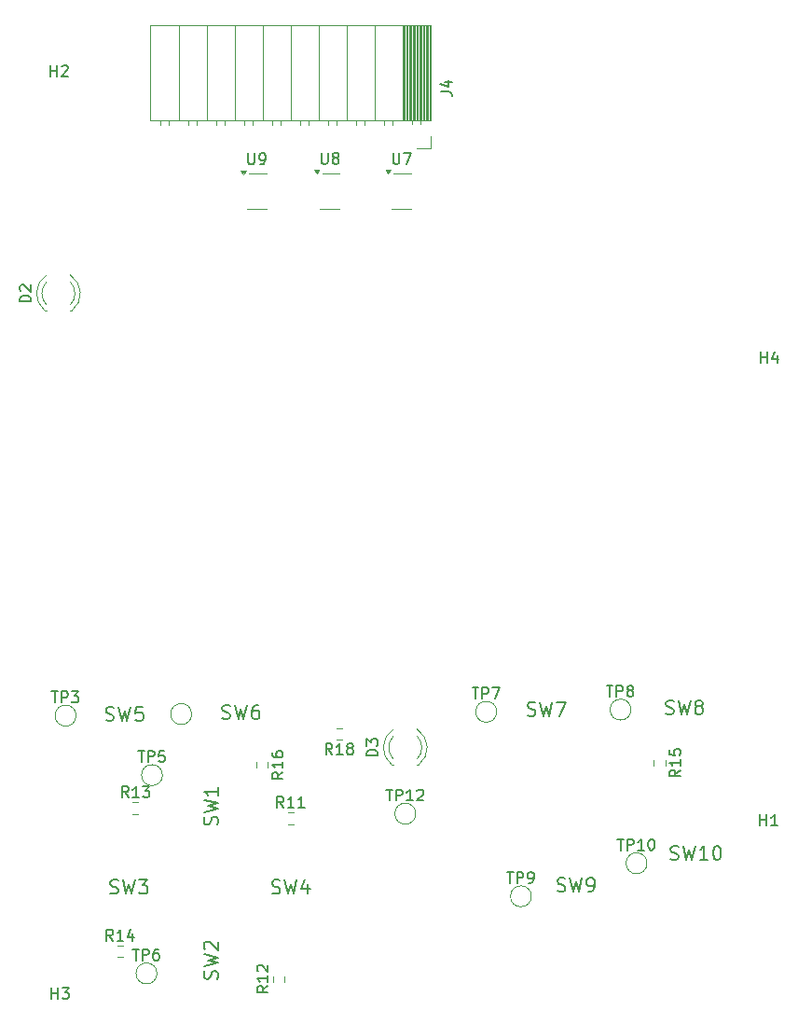
<source format=gbr>
%TF.GenerationSoftware,KiCad,Pcbnew,8.0.7*%
%TF.CreationDate,2025-01-02T12:18:17+01:00*%
%TF.ProjectId,redroid_go,72656472-6f69-4645-9f67-6f2e6b696361,rev?*%
%TF.SameCoordinates,Original*%
%TF.FileFunction,Legend,Top*%
%TF.FilePolarity,Positive*%
%FSLAX46Y46*%
G04 Gerber Fmt 4.6, Leading zero omitted, Abs format (unit mm)*
G04 Created by KiCad (PCBNEW 8.0.7) date 2025-01-02 12:18:17*
%MOMM*%
%LPD*%
G01*
G04 APERTURE LIST*
%ADD10C,0.150000*%
%ADD11C,0.120000*%
G04 APERTURE END LIST*
D10*
X136206666Y-118219250D02*
X136388095Y-118279726D01*
X136388095Y-118279726D02*
X136690476Y-118279726D01*
X136690476Y-118279726D02*
X136811428Y-118219250D01*
X136811428Y-118219250D02*
X136871904Y-118158773D01*
X136871904Y-118158773D02*
X136932381Y-118037821D01*
X136932381Y-118037821D02*
X136932381Y-117916869D01*
X136932381Y-117916869D02*
X136871904Y-117795916D01*
X136871904Y-117795916D02*
X136811428Y-117735440D01*
X136811428Y-117735440D02*
X136690476Y-117674964D01*
X136690476Y-117674964D02*
X136448571Y-117614488D01*
X136448571Y-117614488D02*
X136327619Y-117554011D01*
X136327619Y-117554011D02*
X136267142Y-117493535D01*
X136267142Y-117493535D02*
X136206666Y-117372583D01*
X136206666Y-117372583D02*
X136206666Y-117251630D01*
X136206666Y-117251630D02*
X136267142Y-117130678D01*
X136267142Y-117130678D02*
X136327619Y-117070202D01*
X136327619Y-117070202D02*
X136448571Y-117009726D01*
X136448571Y-117009726D02*
X136750952Y-117009726D01*
X136750952Y-117009726D02*
X136932381Y-117070202D01*
X137355714Y-117009726D02*
X137658095Y-118279726D01*
X137658095Y-118279726D02*
X137900000Y-117372583D01*
X137900000Y-117372583D02*
X138141905Y-118279726D01*
X138141905Y-118279726D02*
X138444286Y-117009726D01*
X138807143Y-117009726D02*
X139593334Y-117009726D01*
X139593334Y-117009726D02*
X139170000Y-117493535D01*
X139170000Y-117493535D02*
X139351429Y-117493535D01*
X139351429Y-117493535D02*
X139472381Y-117554011D01*
X139472381Y-117554011D02*
X139532857Y-117614488D01*
X139532857Y-117614488D02*
X139593334Y-117735440D01*
X139593334Y-117735440D02*
X139593334Y-118037821D01*
X139593334Y-118037821D02*
X139532857Y-118158773D01*
X139532857Y-118158773D02*
X139472381Y-118219250D01*
X139472381Y-118219250D02*
X139351429Y-118279726D01*
X139351429Y-118279726D02*
X138988572Y-118279726D01*
X138988572Y-118279726D02*
X138867619Y-118219250D01*
X138867619Y-118219250D02*
X138807143Y-118158773D01*
X145919250Y-111993333D02*
X145979726Y-111811904D01*
X145979726Y-111811904D02*
X145979726Y-111509523D01*
X145979726Y-111509523D02*
X145919250Y-111388571D01*
X145919250Y-111388571D02*
X145858773Y-111328095D01*
X145858773Y-111328095D02*
X145737821Y-111267618D01*
X145737821Y-111267618D02*
X145616869Y-111267618D01*
X145616869Y-111267618D02*
X145495916Y-111328095D01*
X145495916Y-111328095D02*
X145435440Y-111388571D01*
X145435440Y-111388571D02*
X145374964Y-111509523D01*
X145374964Y-111509523D02*
X145314488Y-111751428D01*
X145314488Y-111751428D02*
X145254011Y-111872380D01*
X145254011Y-111872380D02*
X145193535Y-111932857D01*
X145193535Y-111932857D02*
X145072583Y-111993333D01*
X145072583Y-111993333D02*
X144951630Y-111993333D01*
X144951630Y-111993333D02*
X144830678Y-111932857D01*
X144830678Y-111932857D02*
X144770202Y-111872380D01*
X144770202Y-111872380D02*
X144709726Y-111751428D01*
X144709726Y-111751428D02*
X144709726Y-111449047D01*
X144709726Y-111449047D02*
X144770202Y-111267618D01*
X144709726Y-110844285D02*
X145979726Y-110541904D01*
X145979726Y-110541904D02*
X145072583Y-110299999D01*
X145072583Y-110299999D02*
X145979726Y-110058094D01*
X145979726Y-110058094D02*
X144709726Y-109755714D01*
X145979726Y-108606665D02*
X145979726Y-109332380D01*
X145979726Y-108969523D02*
X144709726Y-108969523D01*
X144709726Y-108969523D02*
X144891154Y-109090475D01*
X144891154Y-109090475D02*
X145012107Y-109211427D01*
X145012107Y-109211427D02*
X145072583Y-109332380D01*
X161261905Y-108806819D02*
X161833333Y-108806819D01*
X161547619Y-109806819D02*
X161547619Y-108806819D01*
X162166667Y-109806819D02*
X162166667Y-108806819D01*
X162166667Y-108806819D02*
X162547619Y-108806819D01*
X162547619Y-108806819D02*
X162642857Y-108854438D01*
X162642857Y-108854438D02*
X162690476Y-108902057D01*
X162690476Y-108902057D02*
X162738095Y-108997295D01*
X162738095Y-108997295D02*
X162738095Y-109140152D01*
X162738095Y-109140152D02*
X162690476Y-109235390D01*
X162690476Y-109235390D02*
X162642857Y-109283009D01*
X162642857Y-109283009D02*
X162547619Y-109330628D01*
X162547619Y-109330628D02*
X162166667Y-109330628D01*
X163690476Y-109806819D02*
X163119048Y-109806819D01*
X163404762Y-109806819D02*
X163404762Y-108806819D01*
X163404762Y-108806819D02*
X163309524Y-108949676D01*
X163309524Y-108949676D02*
X163214286Y-109044914D01*
X163214286Y-109044914D02*
X163119048Y-109092533D01*
X164071429Y-108902057D02*
X164119048Y-108854438D01*
X164119048Y-108854438D02*
X164214286Y-108806819D01*
X164214286Y-108806819D02*
X164452381Y-108806819D01*
X164452381Y-108806819D02*
X164547619Y-108854438D01*
X164547619Y-108854438D02*
X164595238Y-108902057D01*
X164595238Y-108902057D02*
X164642857Y-108997295D01*
X164642857Y-108997295D02*
X164642857Y-109092533D01*
X164642857Y-109092533D02*
X164595238Y-109235390D01*
X164595238Y-109235390D02*
X164023810Y-109806819D01*
X164023810Y-109806819D02*
X164642857Y-109806819D01*
X195288095Y-70054819D02*
X195288095Y-69054819D01*
X195288095Y-69531009D02*
X195859523Y-69531009D01*
X195859523Y-70054819D02*
X195859523Y-69054819D01*
X196764285Y-69388152D02*
X196764285Y-70054819D01*
X196526190Y-69007200D02*
X196288095Y-69721485D01*
X196288095Y-69721485D02*
X196907142Y-69721485D01*
X130888095Y-127804819D02*
X130888095Y-126804819D01*
X130888095Y-127281009D02*
X131459523Y-127281009D01*
X131459523Y-127804819D02*
X131459523Y-126804819D01*
X131840476Y-126804819D02*
X132459523Y-126804819D01*
X132459523Y-126804819D02*
X132126190Y-127185771D01*
X132126190Y-127185771D02*
X132269047Y-127185771D01*
X132269047Y-127185771D02*
X132364285Y-127233390D01*
X132364285Y-127233390D02*
X132411904Y-127281009D01*
X132411904Y-127281009D02*
X132459523Y-127376247D01*
X132459523Y-127376247D02*
X132459523Y-127614342D01*
X132459523Y-127614342D02*
X132411904Y-127709580D01*
X132411904Y-127709580D02*
X132364285Y-127757200D01*
X132364285Y-127757200D02*
X132269047Y-127804819D01*
X132269047Y-127804819D02*
X131983333Y-127804819D01*
X131983333Y-127804819D02*
X131888095Y-127757200D01*
X131888095Y-127757200D02*
X131840476Y-127709580D01*
X130788095Y-44054819D02*
X130788095Y-43054819D01*
X130788095Y-43531009D02*
X131359523Y-43531009D01*
X131359523Y-44054819D02*
X131359523Y-43054819D01*
X131788095Y-43150057D02*
X131835714Y-43102438D01*
X131835714Y-43102438D02*
X131930952Y-43054819D01*
X131930952Y-43054819D02*
X132169047Y-43054819D01*
X132169047Y-43054819D02*
X132264285Y-43102438D01*
X132264285Y-43102438D02*
X132311904Y-43150057D01*
X132311904Y-43150057D02*
X132359523Y-43245295D01*
X132359523Y-43245295D02*
X132359523Y-43340533D01*
X132359523Y-43340533D02*
X132311904Y-43483390D01*
X132311904Y-43483390D02*
X131740476Y-44054819D01*
X131740476Y-44054819D02*
X132359523Y-44054819D01*
X195238095Y-112054819D02*
X195238095Y-111054819D01*
X195238095Y-111531009D02*
X195809523Y-111531009D01*
X195809523Y-112054819D02*
X195809523Y-111054819D01*
X196809523Y-112054819D02*
X196238095Y-112054819D01*
X196523809Y-112054819D02*
X196523809Y-111054819D01*
X196523809Y-111054819D02*
X196428571Y-111197676D01*
X196428571Y-111197676D02*
X196333333Y-111292914D01*
X196333333Y-111292914D02*
X196238095Y-111340533D01*
X166224819Y-45453333D02*
X166939104Y-45453333D01*
X166939104Y-45453333D02*
X167081961Y-45500952D01*
X167081961Y-45500952D02*
X167177200Y-45596190D01*
X167177200Y-45596190D02*
X167224819Y-45739047D01*
X167224819Y-45739047D02*
X167224819Y-45834285D01*
X166558152Y-44548571D02*
X167224819Y-44548571D01*
X166177200Y-44786666D02*
X166891485Y-45024761D01*
X166891485Y-45024761D02*
X166891485Y-44405714D01*
X145919250Y-125993333D02*
X145979726Y-125811904D01*
X145979726Y-125811904D02*
X145979726Y-125509523D01*
X145979726Y-125509523D02*
X145919250Y-125388571D01*
X145919250Y-125388571D02*
X145858773Y-125328095D01*
X145858773Y-125328095D02*
X145737821Y-125267618D01*
X145737821Y-125267618D02*
X145616869Y-125267618D01*
X145616869Y-125267618D02*
X145495916Y-125328095D01*
X145495916Y-125328095D02*
X145435440Y-125388571D01*
X145435440Y-125388571D02*
X145374964Y-125509523D01*
X145374964Y-125509523D02*
X145314488Y-125751428D01*
X145314488Y-125751428D02*
X145254011Y-125872380D01*
X145254011Y-125872380D02*
X145193535Y-125932857D01*
X145193535Y-125932857D02*
X145072583Y-125993333D01*
X145072583Y-125993333D02*
X144951630Y-125993333D01*
X144951630Y-125993333D02*
X144830678Y-125932857D01*
X144830678Y-125932857D02*
X144770202Y-125872380D01*
X144770202Y-125872380D02*
X144709726Y-125751428D01*
X144709726Y-125751428D02*
X144709726Y-125449047D01*
X144709726Y-125449047D02*
X144770202Y-125267618D01*
X144709726Y-124844285D02*
X145979726Y-124541904D01*
X145979726Y-124541904D02*
X145072583Y-124299999D01*
X145072583Y-124299999D02*
X145979726Y-124058094D01*
X145979726Y-124058094D02*
X144709726Y-123755714D01*
X144830678Y-123332380D02*
X144770202Y-123271904D01*
X144770202Y-123271904D02*
X144709726Y-123150951D01*
X144709726Y-123150951D02*
X144709726Y-122848570D01*
X144709726Y-122848570D02*
X144770202Y-122727618D01*
X144770202Y-122727618D02*
X144830678Y-122667142D01*
X144830678Y-122667142D02*
X144951630Y-122606665D01*
X144951630Y-122606665D02*
X145072583Y-122606665D01*
X145072583Y-122606665D02*
X145254011Y-122667142D01*
X145254011Y-122667142D02*
X145979726Y-123392856D01*
X145979726Y-123392856D02*
X145979726Y-122606665D01*
X186656666Y-101919250D02*
X186838095Y-101979726D01*
X186838095Y-101979726D02*
X187140476Y-101979726D01*
X187140476Y-101979726D02*
X187261428Y-101919250D01*
X187261428Y-101919250D02*
X187321904Y-101858773D01*
X187321904Y-101858773D02*
X187382381Y-101737821D01*
X187382381Y-101737821D02*
X187382381Y-101616869D01*
X187382381Y-101616869D02*
X187321904Y-101495916D01*
X187321904Y-101495916D02*
X187261428Y-101435440D01*
X187261428Y-101435440D02*
X187140476Y-101374964D01*
X187140476Y-101374964D02*
X186898571Y-101314488D01*
X186898571Y-101314488D02*
X186777619Y-101254011D01*
X186777619Y-101254011D02*
X186717142Y-101193535D01*
X186717142Y-101193535D02*
X186656666Y-101072583D01*
X186656666Y-101072583D02*
X186656666Y-100951630D01*
X186656666Y-100951630D02*
X186717142Y-100830678D01*
X186717142Y-100830678D02*
X186777619Y-100770202D01*
X186777619Y-100770202D02*
X186898571Y-100709726D01*
X186898571Y-100709726D02*
X187200952Y-100709726D01*
X187200952Y-100709726D02*
X187382381Y-100770202D01*
X187805714Y-100709726D02*
X188108095Y-101979726D01*
X188108095Y-101979726D02*
X188350000Y-101072583D01*
X188350000Y-101072583D02*
X188591905Y-101979726D01*
X188591905Y-101979726D02*
X188894286Y-100709726D01*
X189559524Y-101254011D02*
X189438572Y-101193535D01*
X189438572Y-101193535D02*
X189378095Y-101133059D01*
X189378095Y-101133059D02*
X189317619Y-101012107D01*
X189317619Y-101012107D02*
X189317619Y-100951630D01*
X189317619Y-100951630D02*
X189378095Y-100830678D01*
X189378095Y-100830678D02*
X189438572Y-100770202D01*
X189438572Y-100770202D02*
X189559524Y-100709726D01*
X189559524Y-100709726D02*
X189801429Y-100709726D01*
X189801429Y-100709726D02*
X189922381Y-100770202D01*
X189922381Y-100770202D02*
X189982857Y-100830678D01*
X189982857Y-100830678D02*
X190043334Y-100951630D01*
X190043334Y-100951630D02*
X190043334Y-101012107D01*
X190043334Y-101012107D02*
X189982857Y-101133059D01*
X189982857Y-101133059D02*
X189922381Y-101193535D01*
X189922381Y-101193535D02*
X189801429Y-101254011D01*
X189801429Y-101254011D02*
X189559524Y-101254011D01*
X189559524Y-101254011D02*
X189438572Y-101314488D01*
X189438572Y-101314488D02*
X189378095Y-101374964D01*
X189378095Y-101374964D02*
X189317619Y-101495916D01*
X189317619Y-101495916D02*
X189317619Y-101737821D01*
X189317619Y-101737821D02*
X189378095Y-101858773D01*
X189378095Y-101858773D02*
X189438572Y-101919250D01*
X189438572Y-101919250D02*
X189559524Y-101979726D01*
X189559524Y-101979726D02*
X189801429Y-101979726D01*
X189801429Y-101979726D02*
X189922381Y-101919250D01*
X189922381Y-101919250D02*
X189982857Y-101858773D01*
X189982857Y-101858773D02*
X190043334Y-101737821D01*
X190043334Y-101737821D02*
X190043334Y-101495916D01*
X190043334Y-101495916D02*
X189982857Y-101374964D01*
X189982857Y-101374964D02*
X189922381Y-101314488D01*
X189922381Y-101314488D02*
X189801429Y-101254011D01*
X187984819Y-107042857D02*
X187508628Y-107376190D01*
X187984819Y-107614285D02*
X186984819Y-107614285D01*
X186984819Y-107614285D02*
X186984819Y-107233333D01*
X186984819Y-107233333D02*
X187032438Y-107138095D01*
X187032438Y-107138095D02*
X187080057Y-107090476D01*
X187080057Y-107090476D02*
X187175295Y-107042857D01*
X187175295Y-107042857D02*
X187318152Y-107042857D01*
X187318152Y-107042857D02*
X187413390Y-107090476D01*
X187413390Y-107090476D02*
X187461009Y-107138095D01*
X187461009Y-107138095D02*
X187508628Y-107233333D01*
X187508628Y-107233333D02*
X187508628Y-107614285D01*
X187984819Y-106090476D02*
X187984819Y-106661904D01*
X187984819Y-106376190D02*
X186984819Y-106376190D01*
X186984819Y-106376190D02*
X187127676Y-106471428D01*
X187127676Y-106471428D02*
X187222914Y-106566666D01*
X187222914Y-106566666D02*
X187270533Y-106661904D01*
X186984819Y-105185714D02*
X186984819Y-105661904D01*
X186984819Y-105661904D02*
X187461009Y-105709523D01*
X187461009Y-105709523D02*
X187413390Y-105661904D01*
X187413390Y-105661904D02*
X187365771Y-105566666D01*
X187365771Y-105566666D02*
X187365771Y-105328571D01*
X187365771Y-105328571D02*
X187413390Y-105233333D01*
X187413390Y-105233333D02*
X187461009Y-105185714D01*
X187461009Y-105185714D02*
X187556247Y-105138095D01*
X187556247Y-105138095D02*
X187794342Y-105138095D01*
X187794342Y-105138095D02*
X187889580Y-105185714D01*
X187889580Y-105185714D02*
X187937200Y-105233333D01*
X187937200Y-105233333D02*
X187984819Y-105328571D01*
X187984819Y-105328571D02*
X187984819Y-105566666D01*
X187984819Y-105566666D02*
X187937200Y-105661904D01*
X187937200Y-105661904D02*
X187889580Y-105709523D01*
X176806666Y-118019250D02*
X176988095Y-118079726D01*
X176988095Y-118079726D02*
X177290476Y-118079726D01*
X177290476Y-118079726D02*
X177411428Y-118019250D01*
X177411428Y-118019250D02*
X177471904Y-117958773D01*
X177471904Y-117958773D02*
X177532381Y-117837821D01*
X177532381Y-117837821D02*
X177532381Y-117716869D01*
X177532381Y-117716869D02*
X177471904Y-117595916D01*
X177471904Y-117595916D02*
X177411428Y-117535440D01*
X177411428Y-117535440D02*
X177290476Y-117474964D01*
X177290476Y-117474964D02*
X177048571Y-117414488D01*
X177048571Y-117414488D02*
X176927619Y-117354011D01*
X176927619Y-117354011D02*
X176867142Y-117293535D01*
X176867142Y-117293535D02*
X176806666Y-117172583D01*
X176806666Y-117172583D02*
X176806666Y-117051630D01*
X176806666Y-117051630D02*
X176867142Y-116930678D01*
X176867142Y-116930678D02*
X176927619Y-116870202D01*
X176927619Y-116870202D02*
X177048571Y-116809726D01*
X177048571Y-116809726D02*
X177350952Y-116809726D01*
X177350952Y-116809726D02*
X177532381Y-116870202D01*
X177955714Y-116809726D02*
X178258095Y-118079726D01*
X178258095Y-118079726D02*
X178500000Y-117172583D01*
X178500000Y-117172583D02*
X178741905Y-118079726D01*
X178741905Y-118079726D02*
X179044286Y-116809726D01*
X179588572Y-118079726D02*
X179830476Y-118079726D01*
X179830476Y-118079726D02*
X179951429Y-118019250D01*
X179951429Y-118019250D02*
X180011905Y-117958773D01*
X180011905Y-117958773D02*
X180132857Y-117777345D01*
X180132857Y-117777345D02*
X180193334Y-117535440D01*
X180193334Y-117535440D02*
X180193334Y-117051630D01*
X180193334Y-117051630D02*
X180132857Y-116930678D01*
X180132857Y-116930678D02*
X180072381Y-116870202D01*
X180072381Y-116870202D02*
X179951429Y-116809726D01*
X179951429Y-116809726D02*
X179709524Y-116809726D01*
X179709524Y-116809726D02*
X179588572Y-116870202D01*
X179588572Y-116870202D02*
X179528095Y-116930678D01*
X179528095Y-116930678D02*
X179467619Y-117051630D01*
X179467619Y-117051630D02*
X179467619Y-117354011D01*
X179467619Y-117354011D02*
X179528095Y-117474964D01*
X179528095Y-117474964D02*
X179588572Y-117535440D01*
X179588572Y-117535440D02*
X179709524Y-117595916D01*
X179709524Y-117595916D02*
X179951429Y-117595916D01*
X179951429Y-117595916D02*
X180072381Y-117535440D01*
X180072381Y-117535440D02*
X180132857Y-117474964D01*
X180132857Y-117474964D02*
X180193334Y-117354011D01*
X174106666Y-102069250D02*
X174288095Y-102129726D01*
X174288095Y-102129726D02*
X174590476Y-102129726D01*
X174590476Y-102129726D02*
X174711428Y-102069250D01*
X174711428Y-102069250D02*
X174771904Y-102008773D01*
X174771904Y-102008773D02*
X174832381Y-101887821D01*
X174832381Y-101887821D02*
X174832381Y-101766869D01*
X174832381Y-101766869D02*
X174771904Y-101645916D01*
X174771904Y-101645916D02*
X174711428Y-101585440D01*
X174711428Y-101585440D02*
X174590476Y-101524964D01*
X174590476Y-101524964D02*
X174348571Y-101464488D01*
X174348571Y-101464488D02*
X174227619Y-101404011D01*
X174227619Y-101404011D02*
X174167142Y-101343535D01*
X174167142Y-101343535D02*
X174106666Y-101222583D01*
X174106666Y-101222583D02*
X174106666Y-101101630D01*
X174106666Y-101101630D02*
X174167142Y-100980678D01*
X174167142Y-100980678D02*
X174227619Y-100920202D01*
X174227619Y-100920202D02*
X174348571Y-100859726D01*
X174348571Y-100859726D02*
X174650952Y-100859726D01*
X174650952Y-100859726D02*
X174832381Y-100920202D01*
X175255714Y-100859726D02*
X175558095Y-102129726D01*
X175558095Y-102129726D02*
X175800000Y-101222583D01*
X175800000Y-101222583D02*
X176041905Y-102129726D01*
X176041905Y-102129726D02*
X176344286Y-100859726D01*
X176707143Y-100859726D02*
X177553810Y-100859726D01*
X177553810Y-100859726D02*
X177009524Y-102129726D01*
X172238095Y-116306819D02*
X172809523Y-116306819D01*
X172523809Y-117306819D02*
X172523809Y-116306819D01*
X173142857Y-117306819D02*
X173142857Y-116306819D01*
X173142857Y-116306819D02*
X173523809Y-116306819D01*
X173523809Y-116306819D02*
X173619047Y-116354438D01*
X173619047Y-116354438D02*
X173666666Y-116402057D01*
X173666666Y-116402057D02*
X173714285Y-116497295D01*
X173714285Y-116497295D02*
X173714285Y-116640152D01*
X173714285Y-116640152D02*
X173666666Y-116735390D01*
X173666666Y-116735390D02*
X173619047Y-116783009D01*
X173619047Y-116783009D02*
X173523809Y-116830628D01*
X173523809Y-116830628D02*
X173142857Y-116830628D01*
X174190476Y-117306819D02*
X174380952Y-117306819D01*
X174380952Y-117306819D02*
X174476190Y-117259200D01*
X174476190Y-117259200D02*
X174523809Y-117211580D01*
X174523809Y-117211580D02*
X174619047Y-117068723D01*
X174619047Y-117068723D02*
X174666666Y-116878247D01*
X174666666Y-116878247D02*
X174666666Y-116497295D01*
X174666666Y-116497295D02*
X174619047Y-116402057D01*
X174619047Y-116402057D02*
X174571428Y-116354438D01*
X174571428Y-116354438D02*
X174476190Y-116306819D01*
X174476190Y-116306819D02*
X174285714Y-116306819D01*
X174285714Y-116306819D02*
X174190476Y-116354438D01*
X174190476Y-116354438D02*
X174142857Y-116402057D01*
X174142857Y-116402057D02*
X174095238Y-116497295D01*
X174095238Y-116497295D02*
X174095238Y-116735390D01*
X174095238Y-116735390D02*
X174142857Y-116830628D01*
X174142857Y-116830628D02*
X174190476Y-116878247D01*
X174190476Y-116878247D02*
X174285714Y-116925866D01*
X174285714Y-116925866D02*
X174476190Y-116925866D01*
X174476190Y-116925866D02*
X174571428Y-116878247D01*
X174571428Y-116878247D02*
X174619047Y-116830628D01*
X174619047Y-116830628D02*
X174666666Y-116735390D01*
X160494819Y-105738094D02*
X159494819Y-105738094D01*
X159494819Y-105738094D02*
X159494819Y-105499999D01*
X159494819Y-105499999D02*
X159542438Y-105357142D01*
X159542438Y-105357142D02*
X159637676Y-105261904D01*
X159637676Y-105261904D02*
X159732914Y-105214285D01*
X159732914Y-105214285D02*
X159923390Y-105166666D01*
X159923390Y-105166666D02*
X160066247Y-105166666D01*
X160066247Y-105166666D02*
X160256723Y-105214285D01*
X160256723Y-105214285D02*
X160351961Y-105261904D01*
X160351961Y-105261904D02*
X160447200Y-105357142D01*
X160447200Y-105357142D02*
X160494819Y-105499999D01*
X160494819Y-105499999D02*
X160494819Y-105738094D01*
X159494819Y-104833332D02*
X159494819Y-104214285D01*
X159494819Y-104214285D02*
X159875771Y-104547618D01*
X159875771Y-104547618D02*
X159875771Y-104404761D01*
X159875771Y-104404761D02*
X159923390Y-104309523D01*
X159923390Y-104309523D02*
X159971009Y-104261904D01*
X159971009Y-104261904D02*
X160066247Y-104214285D01*
X160066247Y-104214285D02*
X160304342Y-104214285D01*
X160304342Y-104214285D02*
X160399580Y-104261904D01*
X160399580Y-104261904D02*
X160447200Y-104309523D01*
X160447200Y-104309523D02*
X160494819Y-104404761D01*
X160494819Y-104404761D02*
X160494819Y-104690475D01*
X160494819Y-104690475D02*
X160447200Y-104785713D01*
X160447200Y-104785713D02*
X160399580Y-104833332D01*
X181288095Y-99356819D02*
X181859523Y-99356819D01*
X181573809Y-100356819D02*
X181573809Y-99356819D01*
X182192857Y-100356819D02*
X182192857Y-99356819D01*
X182192857Y-99356819D02*
X182573809Y-99356819D01*
X182573809Y-99356819D02*
X182669047Y-99404438D01*
X182669047Y-99404438D02*
X182716666Y-99452057D01*
X182716666Y-99452057D02*
X182764285Y-99547295D01*
X182764285Y-99547295D02*
X182764285Y-99690152D01*
X182764285Y-99690152D02*
X182716666Y-99785390D01*
X182716666Y-99785390D02*
X182669047Y-99833009D01*
X182669047Y-99833009D02*
X182573809Y-99880628D01*
X182573809Y-99880628D02*
X182192857Y-99880628D01*
X183335714Y-99785390D02*
X183240476Y-99737771D01*
X183240476Y-99737771D02*
X183192857Y-99690152D01*
X183192857Y-99690152D02*
X183145238Y-99594914D01*
X183145238Y-99594914D02*
X183145238Y-99547295D01*
X183145238Y-99547295D02*
X183192857Y-99452057D01*
X183192857Y-99452057D02*
X183240476Y-99404438D01*
X183240476Y-99404438D02*
X183335714Y-99356819D01*
X183335714Y-99356819D02*
X183526190Y-99356819D01*
X183526190Y-99356819D02*
X183621428Y-99404438D01*
X183621428Y-99404438D02*
X183669047Y-99452057D01*
X183669047Y-99452057D02*
X183716666Y-99547295D01*
X183716666Y-99547295D02*
X183716666Y-99594914D01*
X183716666Y-99594914D02*
X183669047Y-99690152D01*
X183669047Y-99690152D02*
X183621428Y-99737771D01*
X183621428Y-99737771D02*
X183526190Y-99785390D01*
X183526190Y-99785390D02*
X183335714Y-99785390D01*
X183335714Y-99785390D02*
X183240476Y-99833009D01*
X183240476Y-99833009D02*
X183192857Y-99880628D01*
X183192857Y-99880628D02*
X183145238Y-99975866D01*
X183145238Y-99975866D02*
X183145238Y-100166342D01*
X183145238Y-100166342D02*
X183192857Y-100261580D01*
X183192857Y-100261580D02*
X183240476Y-100309200D01*
X183240476Y-100309200D02*
X183335714Y-100356819D01*
X183335714Y-100356819D02*
X183526190Y-100356819D01*
X183526190Y-100356819D02*
X183621428Y-100309200D01*
X183621428Y-100309200D02*
X183669047Y-100261580D01*
X183669047Y-100261580D02*
X183716666Y-100166342D01*
X183716666Y-100166342D02*
X183716666Y-99975866D01*
X183716666Y-99975866D02*
X183669047Y-99880628D01*
X183669047Y-99880628D02*
X183621428Y-99833009D01*
X183621428Y-99833009D02*
X183526190Y-99785390D01*
X150906666Y-118219250D02*
X151088095Y-118279726D01*
X151088095Y-118279726D02*
X151390476Y-118279726D01*
X151390476Y-118279726D02*
X151511428Y-118219250D01*
X151511428Y-118219250D02*
X151571904Y-118158773D01*
X151571904Y-118158773D02*
X151632381Y-118037821D01*
X151632381Y-118037821D02*
X151632381Y-117916869D01*
X151632381Y-117916869D02*
X151571904Y-117795916D01*
X151571904Y-117795916D02*
X151511428Y-117735440D01*
X151511428Y-117735440D02*
X151390476Y-117674964D01*
X151390476Y-117674964D02*
X151148571Y-117614488D01*
X151148571Y-117614488D02*
X151027619Y-117554011D01*
X151027619Y-117554011D02*
X150967142Y-117493535D01*
X150967142Y-117493535D02*
X150906666Y-117372583D01*
X150906666Y-117372583D02*
X150906666Y-117251630D01*
X150906666Y-117251630D02*
X150967142Y-117130678D01*
X150967142Y-117130678D02*
X151027619Y-117070202D01*
X151027619Y-117070202D02*
X151148571Y-117009726D01*
X151148571Y-117009726D02*
X151450952Y-117009726D01*
X151450952Y-117009726D02*
X151632381Y-117070202D01*
X152055714Y-117009726D02*
X152358095Y-118279726D01*
X152358095Y-118279726D02*
X152600000Y-117372583D01*
X152600000Y-117372583D02*
X152841905Y-118279726D01*
X152841905Y-118279726D02*
X153144286Y-117009726D01*
X154172381Y-117433059D02*
X154172381Y-118279726D01*
X153870000Y-116949250D02*
X153567619Y-117856392D01*
X153567619Y-117856392D02*
X154353810Y-117856392D01*
X135806666Y-102519250D02*
X135988095Y-102579726D01*
X135988095Y-102579726D02*
X136290476Y-102579726D01*
X136290476Y-102579726D02*
X136411428Y-102519250D01*
X136411428Y-102519250D02*
X136471904Y-102458773D01*
X136471904Y-102458773D02*
X136532381Y-102337821D01*
X136532381Y-102337821D02*
X136532381Y-102216869D01*
X136532381Y-102216869D02*
X136471904Y-102095916D01*
X136471904Y-102095916D02*
X136411428Y-102035440D01*
X136411428Y-102035440D02*
X136290476Y-101974964D01*
X136290476Y-101974964D02*
X136048571Y-101914488D01*
X136048571Y-101914488D02*
X135927619Y-101854011D01*
X135927619Y-101854011D02*
X135867142Y-101793535D01*
X135867142Y-101793535D02*
X135806666Y-101672583D01*
X135806666Y-101672583D02*
X135806666Y-101551630D01*
X135806666Y-101551630D02*
X135867142Y-101430678D01*
X135867142Y-101430678D02*
X135927619Y-101370202D01*
X135927619Y-101370202D02*
X136048571Y-101309726D01*
X136048571Y-101309726D02*
X136350952Y-101309726D01*
X136350952Y-101309726D02*
X136532381Y-101370202D01*
X136955714Y-101309726D02*
X137258095Y-102579726D01*
X137258095Y-102579726D02*
X137500000Y-101672583D01*
X137500000Y-101672583D02*
X137741905Y-102579726D01*
X137741905Y-102579726D02*
X138044286Y-101309726D01*
X139132857Y-101309726D02*
X138528095Y-101309726D01*
X138528095Y-101309726D02*
X138467619Y-101914488D01*
X138467619Y-101914488D02*
X138528095Y-101854011D01*
X138528095Y-101854011D02*
X138649048Y-101793535D01*
X138649048Y-101793535D02*
X138951429Y-101793535D01*
X138951429Y-101793535D02*
X139072381Y-101854011D01*
X139072381Y-101854011D02*
X139132857Y-101914488D01*
X139132857Y-101914488D02*
X139193334Y-102035440D01*
X139193334Y-102035440D02*
X139193334Y-102337821D01*
X139193334Y-102337821D02*
X139132857Y-102458773D01*
X139132857Y-102458773D02*
X139072381Y-102519250D01*
X139072381Y-102519250D02*
X138951429Y-102579726D01*
X138951429Y-102579726D02*
X138649048Y-102579726D01*
X138649048Y-102579726D02*
X138528095Y-102519250D01*
X138528095Y-102519250D02*
X138467619Y-102458773D01*
X137857142Y-109524819D02*
X137523809Y-109048628D01*
X137285714Y-109524819D02*
X137285714Y-108524819D01*
X137285714Y-108524819D02*
X137666666Y-108524819D01*
X137666666Y-108524819D02*
X137761904Y-108572438D01*
X137761904Y-108572438D02*
X137809523Y-108620057D01*
X137809523Y-108620057D02*
X137857142Y-108715295D01*
X137857142Y-108715295D02*
X137857142Y-108858152D01*
X137857142Y-108858152D02*
X137809523Y-108953390D01*
X137809523Y-108953390D02*
X137761904Y-109001009D01*
X137761904Y-109001009D02*
X137666666Y-109048628D01*
X137666666Y-109048628D02*
X137285714Y-109048628D01*
X138809523Y-109524819D02*
X138238095Y-109524819D01*
X138523809Y-109524819D02*
X138523809Y-108524819D01*
X138523809Y-108524819D02*
X138428571Y-108667676D01*
X138428571Y-108667676D02*
X138333333Y-108762914D01*
X138333333Y-108762914D02*
X138238095Y-108810533D01*
X139142857Y-108524819D02*
X139761904Y-108524819D01*
X139761904Y-108524819D02*
X139428571Y-108905771D01*
X139428571Y-108905771D02*
X139571428Y-108905771D01*
X139571428Y-108905771D02*
X139666666Y-108953390D01*
X139666666Y-108953390D02*
X139714285Y-109001009D01*
X139714285Y-109001009D02*
X139761904Y-109096247D01*
X139761904Y-109096247D02*
X139761904Y-109334342D01*
X139761904Y-109334342D02*
X139714285Y-109429580D01*
X139714285Y-109429580D02*
X139666666Y-109477200D01*
X139666666Y-109477200D02*
X139571428Y-109524819D01*
X139571428Y-109524819D02*
X139285714Y-109524819D01*
X139285714Y-109524819D02*
X139190476Y-109477200D01*
X139190476Y-109477200D02*
X139142857Y-109429580D01*
X187076904Y-115144250D02*
X187258333Y-115204726D01*
X187258333Y-115204726D02*
X187560714Y-115204726D01*
X187560714Y-115204726D02*
X187681666Y-115144250D01*
X187681666Y-115144250D02*
X187742142Y-115083773D01*
X187742142Y-115083773D02*
X187802619Y-114962821D01*
X187802619Y-114962821D02*
X187802619Y-114841869D01*
X187802619Y-114841869D02*
X187742142Y-114720916D01*
X187742142Y-114720916D02*
X187681666Y-114660440D01*
X187681666Y-114660440D02*
X187560714Y-114599964D01*
X187560714Y-114599964D02*
X187318809Y-114539488D01*
X187318809Y-114539488D02*
X187197857Y-114479011D01*
X187197857Y-114479011D02*
X187137380Y-114418535D01*
X187137380Y-114418535D02*
X187076904Y-114297583D01*
X187076904Y-114297583D02*
X187076904Y-114176630D01*
X187076904Y-114176630D02*
X187137380Y-114055678D01*
X187137380Y-114055678D02*
X187197857Y-113995202D01*
X187197857Y-113995202D02*
X187318809Y-113934726D01*
X187318809Y-113934726D02*
X187621190Y-113934726D01*
X187621190Y-113934726D02*
X187802619Y-113995202D01*
X188225952Y-113934726D02*
X188528333Y-115204726D01*
X188528333Y-115204726D02*
X188770238Y-114297583D01*
X188770238Y-114297583D02*
X189012143Y-115204726D01*
X189012143Y-115204726D02*
X189314524Y-113934726D01*
X190463572Y-115204726D02*
X189737857Y-115204726D01*
X190100714Y-115204726D02*
X190100714Y-113934726D01*
X190100714Y-113934726D02*
X189979762Y-114116154D01*
X189979762Y-114116154D02*
X189858810Y-114237107D01*
X189858810Y-114237107D02*
X189737857Y-114297583D01*
X191249762Y-113934726D02*
X191370715Y-113934726D01*
X191370715Y-113934726D02*
X191491667Y-113995202D01*
X191491667Y-113995202D02*
X191552143Y-114055678D01*
X191552143Y-114055678D02*
X191612619Y-114176630D01*
X191612619Y-114176630D02*
X191673096Y-114418535D01*
X191673096Y-114418535D02*
X191673096Y-114720916D01*
X191673096Y-114720916D02*
X191612619Y-114962821D01*
X191612619Y-114962821D02*
X191552143Y-115083773D01*
X191552143Y-115083773D02*
X191491667Y-115144250D01*
X191491667Y-115144250D02*
X191370715Y-115204726D01*
X191370715Y-115204726D02*
X191249762Y-115204726D01*
X191249762Y-115204726D02*
X191128810Y-115144250D01*
X191128810Y-115144250D02*
X191068334Y-115083773D01*
X191068334Y-115083773D02*
X191007857Y-114962821D01*
X191007857Y-114962821D02*
X190947381Y-114720916D01*
X190947381Y-114720916D02*
X190947381Y-114418535D01*
X190947381Y-114418535D02*
X191007857Y-114176630D01*
X191007857Y-114176630D02*
X191068334Y-114055678D01*
X191068334Y-114055678D02*
X191128810Y-113995202D01*
X191128810Y-113995202D02*
X191249762Y-113934726D01*
X138738095Y-105306819D02*
X139309523Y-105306819D01*
X139023809Y-106306819D02*
X139023809Y-105306819D01*
X139642857Y-106306819D02*
X139642857Y-105306819D01*
X139642857Y-105306819D02*
X140023809Y-105306819D01*
X140023809Y-105306819D02*
X140119047Y-105354438D01*
X140119047Y-105354438D02*
X140166666Y-105402057D01*
X140166666Y-105402057D02*
X140214285Y-105497295D01*
X140214285Y-105497295D02*
X140214285Y-105640152D01*
X140214285Y-105640152D02*
X140166666Y-105735390D01*
X140166666Y-105735390D02*
X140119047Y-105783009D01*
X140119047Y-105783009D02*
X140023809Y-105830628D01*
X140023809Y-105830628D02*
X139642857Y-105830628D01*
X141119047Y-105306819D02*
X140642857Y-105306819D01*
X140642857Y-105306819D02*
X140595238Y-105783009D01*
X140595238Y-105783009D02*
X140642857Y-105735390D01*
X140642857Y-105735390D02*
X140738095Y-105687771D01*
X140738095Y-105687771D02*
X140976190Y-105687771D01*
X140976190Y-105687771D02*
X141071428Y-105735390D01*
X141071428Y-105735390D02*
X141119047Y-105783009D01*
X141119047Y-105783009D02*
X141166666Y-105878247D01*
X141166666Y-105878247D02*
X141166666Y-106116342D01*
X141166666Y-106116342D02*
X141119047Y-106211580D01*
X141119047Y-106211580D02*
X141071428Y-106259200D01*
X141071428Y-106259200D02*
X140976190Y-106306819D01*
X140976190Y-106306819D02*
X140738095Y-106306819D01*
X140738095Y-106306819D02*
X140642857Y-106259200D01*
X140642857Y-106259200D02*
X140595238Y-106211580D01*
X138238095Y-123306819D02*
X138809523Y-123306819D01*
X138523809Y-124306819D02*
X138523809Y-123306819D01*
X139142857Y-124306819D02*
X139142857Y-123306819D01*
X139142857Y-123306819D02*
X139523809Y-123306819D01*
X139523809Y-123306819D02*
X139619047Y-123354438D01*
X139619047Y-123354438D02*
X139666666Y-123402057D01*
X139666666Y-123402057D02*
X139714285Y-123497295D01*
X139714285Y-123497295D02*
X139714285Y-123640152D01*
X139714285Y-123640152D02*
X139666666Y-123735390D01*
X139666666Y-123735390D02*
X139619047Y-123783009D01*
X139619047Y-123783009D02*
X139523809Y-123830628D01*
X139523809Y-123830628D02*
X139142857Y-123830628D01*
X140571428Y-123306819D02*
X140380952Y-123306819D01*
X140380952Y-123306819D02*
X140285714Y-123354438D01*
X140285714Y-123354438D02*
X140238095Y-123402057D01*
X140238095Y-123402057D02*
X140142857Y-123544914D01*
X140142857Y-123544914D02*
X140095238Y-123735390D01*
X140095238Y-123735390D02*
X140095238Y-124116342D01*
X140095238Y-124116342D02*
X140142857Y-124211580D01*
X140142857Y-124211580D02*
X140190476Y-124259200D01*
X140190476Y-124259200D02*
X140285714Y-124306819D01*
X140285714Y-124306819D02*
X140476190Y-124306819D01*
X140476190Y-124306819D02*
X140571428Y-124259200D01*
X140571428Y-124259200D02*
X140619047Y-124211580D01*
X140619047Y-124211580D02*
X140666666Y-124116342D01*
X140666666Y-124116342D02*
X140666666Y-123878247D01*
X140666666Y-123878247D02*
X140619047Y-123783009D01*
X140619047Y-123783009D02*
X140571428Y-123735390D01*
X140571428Y-123735390D02*
X140476190Y-123687771D01*
X140476190Y-123687771D02*
X140285714Y-123687771D01*
X140285714Y-123687771D02*
X140190476Y-123735390D01*
X140190476Y-123735390D02*
X140142857Y-123783009D01*
X140142857Y-123783009D02*
X140095238Y-123878247D01*
X146381666Y-102344250D02*
X146563095Y-102404726D01*
X146563095Y-102404726D02*
X146865476Y-102404726D01*
X146865476Y-102404726D02*
X146986428Y-102344250D01*
X146986428Y-102344250D02*
X147046904Y-102283773D01*
X147046904Y-102283773D02*
X147107381Y-102162821D01*
X147107381Y-102162821D02*
X147107381Y-102041869D01*
X147107381Y-102041869D02*
X147046904Y-101920916D01*
X147046904Y-101920916D02*
X146986428Y-101860440D01*
X146986428Y-101860440D02*
X146865476Y-101799964D01*
X146865476Y-101799964D02*
X146623571Y-101739488D01*
X146623571Y-101739488D02*
X146502619Y-101679011D01*
X146502619Y-101679011D02*
X146442142Y-101618535D01*
X146442142Y-101618535D02*
X146381666Y-101497583D01*
X146381666Y-101497583D02*
X146381666Y-101376630D01*
X146381666Y-101376630D02*
X146442142Y-101255678D01*
X146442142Y-101255678D02*
X146502619Y-101195202D01*
X146502619Y-101195202D02*
X146623571Y-101134726D01*
X146623571Y-101134726D02*
X146925952Y-101134726D01*
X146925952Y-101134726D02*
X147107381Y-101195202D01*
X147530714Y-101134726D02*
X147833095Y-102404726D01*
X147833095Y-102404726D02*
X148075000Y-101497583D01*
X148075000Y-101497583D02*
X148316905Y-102404726D01*
X148316905Y-102404726D02*
X148619286Y-101134726D01*
X149647381Y-101134726D02*
X149405476Y-101134726D01*
X149405476Y-101134726D02*
X149284524Y-101195202D01*
X149284524Y-101195202D02*
X149224048Y-101255678D01*
X149224048Y-101255678D02*
X149103095Y-101437107D01*
X149103095Y-101437107D02*
X149042619Y-101679011D01*
X149042619Y-101679011D02*
X149042619Y-102162821D01*
X149042619Y-102162821D02*
X149103095Y-102283773D01*
X149103095Y-102283773D02*
X149163572Y-102344250D01*
X149163572Y-102344250D02*
X149284524Y-102404726D01*
X149284524Y-102404726D02*
X149526429Y-102404726D01*
X149526429Y-102404726D02*
X149647381Y-102344250D01*
X149647381Y-102344250D02*
X149707857Y-102283773D01*
X149707857Y-102283773D02*
X149768334Y-102162821D01*
X149768334Y-102162821D02*
X149768334Y-101860440D01*
X149768334Y-101860440D02*
X149707857Y-101739488D01*
X149707857Y-101739488D02*
X149647381Y-101679011D01*
X149647381Y-101679011D02*
X149526429Y-101618535D01*
X149526429Y-101618535D02*
X149284524Y-101618535D01*
X149284524Y-101618535D02*
X149163572Y-101679011D01*
X149163572Y-101679011D02*
X149103095Y-101739488D01*
X149103095Y-101739488D02*
X149042619Y-101860440D01*
X148738095Y-51054819D02*
X148738095Y-51864342D01*
X148738095Y-51864342D02*
X148785714Y-51959580D01*
X148785714Y-51959580D02*
X148833333Y-52007200D01*
X148833333Y-52007200D02*
X148928571Y-52054819D01*
X148928571Y-52054819D02*
X149119047Y-52054819D01*
X149119047Y-52054819D02*
X149214285Y-52007200D01*
X149214285Y-52007200D02*
X149261904Y-51959580D01*
X149261904Y-51959580D02*
X149309523Y-51864342D01*
X149309523Y-51864342D02*
X149309523Y-51054819D01*
X149833333Y-52054819D02*
X150023809Y-52054819D01*
X150023809Y-52054819D02*
X150119047Y-52007200D01*
X150119047Y-52007200D02*
X150166666Y-51959580D01*
X150166666Y-51959580D02*
X150261904Y-51816723D01*
X150261904Y-51816723D02*
X150309523Y-51626247D01*
X150309523Y-51626247D02*
X150309523Y-51245295D01*
X150309523Y-51245295D02*
X150261904Y-51150057D01*
X150261904Y-51150057D02*
X150214285Y-51102438D01*
X150214285Y-51102438D02*
X150119047Y-51054819D01*
X150119047Y-51054819D02*
X149928571Y-51054819D01*
X149928571Y-51054819D02*
X149833333Y-51102438D01*
X149833333Y-51102438D02*
X149785714Y-51150057D01*
X149785714Y-51150057D02*
X149738095Y-51245295D01*
X149738095Y-51245295D02*
X149738095Y-51483390D01*
X149738095Y-51483390D02*
X149785714Y-51578628D01*
X149785714Y-51578628D02*
X149833333Y-51626247D01*
X149833333Y-51626247D02*
X149928571Y-51673866D01*
X149928571Y-51673866D02*
X150119047Y-51673866D01*
X150119047Y-51673866D02*
X150214285Y-51626247D01*
X150214285Y-51626247D02*
X150261904Y-51578628D01*
X150261904Y-51578628D02*
X150309523Y-51483390D01*
X151944642Y-110437319D02*
X151611309Y-109961128D01*
X151373214Y-110437319D02*
X151373214Y-109437319D01*
X151373214Y-109437319D02*
X151754166Y-109437319D01*
X151754166Y-109437319D02*
X151849404Y-109484938D01*
X151849404Y-109484938D02*
X151897023Y-109532557D01*
X151897023Y-109532557D02*
X151944642Y-109627795D01*
X151944642Y-109627795D02*
X151944642Y-109770652D01*
X151944642Y-109770652D02*
X151897023Y-109865890D01*
X151897023Y-109865890D02*
X151849404Y-109913509D01*
X151849404Y-109913509D02*
X151754166Y-109961128D01*
X151754166Y-109961128D02*
X151373214Y-109961128D01*
X152897023Y-110437319D02*
X152325595Y-110437319D01*
X152611309Y-110437319D02*
X152611309Y-109437319D01*
X152611309Y-109437319D02*
X152516071Y-109580176D01*
X152516071Y-109580176D02*
X152420833Y-109675414D01*
X152420833Y-109675414D02*
X152325595Y-109723033D01*
X153849404Y-110437319D02*
X153277976Y-110437319D01*
X153563690Y-110437319D02*
X153563690Y-109437319D01*
X153563690Y-109437319D02*
X153468452Y-109580176D01*
X153468452Y-109580176D02*
X153373214Y-109675414D01*
X153373214Y-109675414D02*
X153277976Y-109723033D01*
X150524819Y-126642857D02*
X150048628Y-126976190D01*
X150524819Y-127214285D02*
X149524819Y-127214285D01*
X149524819Y-127214285D02*
X149524819Y-126833333D01*
X149524819Y-126833333D02*
X149572438Y-126738095D01*
X149572438Y-126738095D02*
X149620057Y-126690476D01*
X149620057Y-126690476D02*
X149715295Y-126642857D01*
X149715295Y-126642857D02*
X149858152Y-126642857D01*
X149858152Y-126642857D02*
X149953390Y-126690476D01*
X149953390Y-126690476D02*
X150001009Y-126738095D01*
X150001009Y-126738095D02*
X150048628Y-126833333D01*
X150048628Y-126833333D02*
X150048628Y-127214285D01*
X150524819Y-125690476D02*
X150524819Y-126261904D01*
X150524819Y-125976190D02*
X149524819Y-125976190D01*
X149524819Y-125976190D02*
X149667676Y-126071428D01*
X149667676Y-126071428D02*
X149762914Y-126166666D01*
X149762914Y-126166666D02*
X149810533Y-126261904D01*
X149620057Y-125309523D02*
X149572438Y-125261904D01*
X149572438Y-125261904D02*
X149524819Y-125166666D01*
X149524819Y-125166666D02*
X149524819Y-124928571D01*
X149524819Y-124928571D02*
X149572438Y-124833333D01*
X149572438Y-124833333D02*
X149620057Y-124785714D01*
X149620057Y-124785714D02*
X149715295Y-124738095D01*
X149715295Y-124738095D02*
X149810533Y-124738095D01*
X149810533Y-124738095D02*
X149953390Y-124785714D01*
X149953390Y-124785714D02*
X150524819Y-125357142D01*
X150524819Y-125357142D02*
X150524819Y-124738095D01*
X128994819Y-64508094D02*
X127994819Y-64508094D01*
X127994819Y-64508094D02*
X127994819Y-64269999D01*
X127994819Y-64269999D02*
X128042438Y-64127142D01*
X128042438Y-64127142D02*
X128137676Y-64031904D01*
X128137676Y-64031904D02*
X128232914Y-63984285D01*
X128232914Y-63984285D02*
X128423390Y-63936666D01*
X128423390Y-63936666D02*
X128566247Y-63936666D01*
X128566247Y-63936666D02*
X128756723Y-63984285D01*
X128756723Y-63984285D02*
X128851961Y-64031904D01*
X128851961Y-64031904D02*
X128947200Y-64127142D01*
X128947200Y-64127142D02*
X128994819Y-64269999D01*
X128994819Y-64269999D02*
X128994819Y-64508094D01*
X128090057Y-63555713D02*
X128042438Y-63508094D01*
X128042438Y-63508094D02*
X127994819Y-63412856D01*
X127994819Y-63412856D02*
X127994819Y-63174761D01*
X127994819Y-63174761D02*
X128042438Y-63079523D01*
X128042438Y-63079523D02*
X128090057Y-63031904D01*
X128090057Y-63031904D02*
X128185295Y-62984285D01*
X128185295Y-62984285D02*
X128280533Y-62984285D01*
X128280533Y-62984285D02*
X128423390Y-63031904D01*
X128423390Y-63031904D02*
X128994819Y-63603332D01*
X128994819Y-63603332D02*
X128994819Y-62984285D01*
X151884819Y-107230357D02*
X151408628Y-107563690D01*
X151884819Y-107801785D02*
X150884819Y-107801785D01*
X150884819Y-107801785D02*
X150884819Y-107420833D01*
X150884819Y-107420833D02*
X150932438Y-107325595D01*
X150932438Y-107325595D02*
X150980057Y-107277976D01*
X150980057Y-107277976D02*
X151075295Y-107230357D01*
X151075295Y-107230357D02*
X151218152Y-107230357D01*
X151218152Y-107230357D02*
X151313390Y-107277976D01*
X151313390Y-107277976D02*
X151361009Y-107325595D01*
X151361009Y-107325595D02*
X151408628Y-107420833D01*
X151408628Y-107420833D02*
X151408628Y-107801785D01*
X151884819Y-106277976D02*
X151884819Y-106849404D01*
X151884819Y-106563690D02*
X150884819Y-106563690D01*
X150884819Y-106563690D02*
X151027676Y-106658928D01*
X151027676Y-106658928D02*
X151122914Y-106754166D01*
X151122914Y-106754166D02*
X151170533Y-106849404D01*
X150884819Y-105420833D02*
X150884819Y-105611309D01*
X150884819Y-105611309D02*
X150932438Y-105706547D01*
X150932438Y-105706547D02*
X150980057Y-105754166D01*
X150980057Y-105754166D02*
X151122914Y-105849404D01*
X151122914Y-105849404D02*
X151313390Y-105897023D01*
X151313390Y-105897023D02*
X151694342Y-105897023D01*
X151694342Y-105897023D02*
X151789580Y-105849404D01*
X151789580Y-105849404D02*
X151837200Y-105801785D01*
X151837200Y-105801785D02*
X151884819Y-105706547D01*
X151884819Y-105706547D02*
X151884819Y-105516071D01*
X151884819Y-105516071D02*
X151837200Y-105420833D01*
X151837200Y-105420833D02*
X151789580Y-105373214D01*
X151789580Y-105373214D02*
X151694342Y-105325595D01*
X151694342Y-105325595D02*
X151456247Y-105325595D01*
X151456247Y-105325595D02*
X151361009Y-105373214D01*
X151361009Y-105373214D02*
X151313390Y-105420833D01*
X151313390Y-105420833D02*
X151265771Y-105516071D01*
X151265771Y-105516071D02*
X151265771Y-105706547D01*
X151265771Y-105706547D02*
X151313390Y-105801785D01*
X151313390Y-105801785D02*
X151361009Y-105849404D01*
X151361009Y-105849404D02*
X151456247Y-105897023D01*
X136444642Y-122524819D02*
X136111309Y-122048628D01*
X135873214Y-122524819D02*
X135873214Y-121524819D01*
X135873214Y-121524819D02*
X136254166Y-121524819D01*
X136254166Y-121524819D02*
X136349404Y-121572438D01*
X136349404Y-121572438D02*
X136397023Y-121620057D01*
X136397023Y-121620057D02*
X136444642Y-121715295D01*
X136444642Y-121715295D02*
X136444642Y-121858152D01*
X136444642Y-121858152D02*
X136397023Y-121953390D01*
X136397023Y-121953390D02*
X136349404Y-122001009D01*
X136349404Y-122001009D02*
X136254166Y-122048628D01*
X136254166Y-122048628D02*
X135873214Y-122048628D01*
X137397023Y-122524819D02*
X136825595Y-122524819D01*
X137111309Y-122524819D02*
X137111309Y-121524819D01*
X137111309Y-121524819D02*
X137016071Y-121667676D01*
X137016071Y-121667676D02*
X136920833Y-121762914D01*
X136920833Y-121762914D02*
X136825595Y-121810533D01*
X138254166Y-121858152D02*
X138254166Y-122524819D01*
X138016071Y-121477200D02*
X137777976Y-122191485D01*
X137777976Y-122191485D02*
X138397023Y-122191485D01*
X169088095Y-99556819D02*
X169659523Y-99556819D01*
X169373809Y-100556819D02*
X169373809Y-99556819D01*
X169992857Y-100556819D02*
X169992857Y-99556819D01*
X169992857Y-99556819D02*
X170373809Y-99556819D01*
X170373809Y-99556819D02*
X170469047Y-99604438D01*
X170469047Y-99604438D02*
X170516666Y-99652057D01*
X170516666Y-99652057D02*
X170564285Y-99747295D01*
X170564285Y-99747295D02*
X170564285Y-99890152D01*
X170564285Y-99890152D02*
X170516666Y-99985390D01*
X170516666Y-99985390D02*
X170469047Y-100033009D01*
X170469047Y-100033009D02*
X170373809Y-100080628D01*
X170373809Y-100080628D02*
X169992857Y-100080628D01*
X170897619Y-99556819D02*
X171564285Y-99556819D01*
X171564285Y-99556819D02*
X171135714Y-100556819D01*
X182261905Y-113306819D02*
X182833333Y-113306819D01*
X182547619Y-114306819D02*
X182547619Y-113306819D01*
X183166667Y-114306819D02*
X183166667Y-113306819D01*
X183166667Y-113306819D02*
X183547619Y-113306819D01*
X183547619Y-113306819D02*
X183642857Y-113354438D01*
X183642857Y-113354438D02*
X183690476Y-113402057D01*
X183690476Y-113402057D02*
X183738095Y-113497295D01*
X183738095Y-113497295D02*
X183738095Y-113640152D01*
X183738095Y-113640152D02*
X183690476Y-113735390D01*
X183690476Y-113735390D02*
X183642857Y-113783009D01*
X183642857Y-113783009D02*
X183547619Y-113830628D01*
X183547619Y-113830628D02*
X183166667Y-113830628D01*
X184690476Y-114306819D02*
X184119048Y-114306819D01*
X184404762Y-114306819D02*
X184404762Y-113306819D01*
X184404762Y-113306819D02*
X184309524Y-113449676D01*
X184309524Y-113449676D02*
X184214286Y-113544914D01*
X184214286Y-113544914D02*
X184119048Y-113592533D01*
X185309524Y-113306819D02*
X185404762Y-113306819D01*
X185404762Y-113306819D02*
X185500000Y-113354438D01*
X185500000Y-113354438D02*
X185547619Y-113402057D01*
X185547619Y-113402057D02*
X185595238Y-113497295D01*
X185595238Y-113497295D02*
X185642857Y-113687771D01*
X185642857Y-113687771D02*
X185642857Y-113925866D01*
X185642857Y-113925866D02*
X185595238Y-114116342D01*
X185595238Y-114116342D02*
X185547619Y-114211580D01*
X185547619Y-114211580D02*
X185500000Y-114259200D01*
X185500000Y-114259200D02*
X185404762Y-114306819D01*
X185404762Y-114306819D02*
X185309524Y-114306819D01*
X185309524Y-114306819D02*
X185214286Y-114259200D01*
X185214286Y-114259200D02*
X185166667Y-114211580D01*
X185166667Y-114211580D02*
X185119048Y-114116342D01*
X185119048Y-114116342D02*
X185071429Y-113925866D01*
X185071429Y-113925866D02*
X185071429Y-113687771D01*
X185071429Y-113687771D02*
X185119048Y-113497295D01*
X185119048Y-113497295D02*
X185166667Y-113402057D01*
X185166667Y-113402057D02*
X185214286Y-113354438D01*
X185214286Y-113354438D02*
X185309524Y-113306819D01*
X155388095Y-51004819D02*
X155388095Y-51814342D01*
X155388095Y-51814342D02*
X155435714Y-51909580D01*
X155435714Y-51909580D02*
X155483333Y-51957200D01*
X155483333Y-51957200D02*
X155578571Y-52004819D01*
X155578571Y-52004819D02*
X155769047Y-52004819D01*
X155769047Y-52004819D02*
X155864285Y-51957200D01*
X155864285Y-51957200D02*
X155911904Y-51909580D01*
X155911904Y-51909580D02*
X155959523Y-51814342D01*
X155959523Y-51814342D02*
X155959523Y-51004819D01*
X156578571Y-51433390D02*
X156483333Y-51385771D01*
X156483333Y-51385771D02*
X156435714Y-51338152D01*
X156435714Y-51338152D02*
X156388095Y-51242914D01*
X156388095Y-51242914D02*
X156388095Y-51195295D01*
X156388095Y-51195295D02*
X156435714Y-51100057D01*
X156435714Y-51100057D02*
X156483333Y-51052438D01*
X156483333Y-51052438D02*
X156578571Y-51004819D01*
X156578571Y-51004819D02*
X156769047Y-51004819D01*
X156769047Y-51004819D02*
X156864285Y-51052438D01*
X156864285Y-51052438D02*
X156911904Y-51100057D01*
X156911904Y-51100057D02*
X156959523Y-51195295D01*
X156959523Y-51195295D02*
X156959523Y-51242914D01*
X156959523Y-51242914D02*
X156911904Y-51338152D01*
X156911904Y-51338152D02*
X156864285Y-51385771D01*
X156864285Y-51385771D02*
X156769047Y-51433390D01*
X156769047Y-51433390D02*
X156578571Y-51433390D01*
X156578571Y-51433390D02*
X156483333Y-51481009D01*
X156483333Y-51481009D02*
X156435714Y-51528628D01*
X156435714Y-51528628D02*
X156388095Y-51623866D01*
X156388095Y-51623866D02*
X156388095Y-51814342D01*
X156388095Y-51814342D02*
X156435714Y-51909580D01*
X156435714Y-51909580D02*
X156483333Y-51957200D01*
X156483333Y-51957200D02*
X156578571Y-52004819D01*
X156578571Y-52004819D02*
X156769047Y-52004819D01*
X156769047Y-52004819D02*
X156864285Y-51957200D01*
X156864285Y-51957200D02*
X156911904Y-51909580D01*
X156911904Y-51909580D02*
X156959523Y-51814342D01*
X156959523Y-51814342D02*
X156959523Y-51623866D01*
X156959523Y-51623866D02*
X156911904Y-51528628D01*
X156911904Y-51528628D02*
X156864285Y-51481009D01*
X156864285Y-51481009D02*
X156769047Y-51433390D01*
X161888095Y-51004819D02*
X161888095Y-51814342D01*
X161888095Y-51814342D02*
X161935714Y-51909580D01*
X161935714Y-51909580D02*
X161983333Y-51957200D01*
X161983333Y-51957200D02*
X162078571Y-52004819D01*
X162078571Y-52004819D02*
X162269047Y-52004819D01*
X162269047Y-52004819D02*
X162364285Y-51957200D01*
X162364285Y-51957200D02*
X162411904Y-51909580D01*
X162411904Y-51909580D02*
X162459523Y-51814342D01*
X162459523Y-51814342D02*
X162459523Y-51004819D01*
X162840476Y-51004819D02*
X163507142Y-51004819D01*
X163507142Y-51004819D02*
X163078571Y-52004819D01*
X156357142Y-105634819D02*
X156023809Y-105158628D01*
X155785714Y-105634819D02*
X155785714Y-104634819D01*
X155785714Y-104634819D02*
X156166666Y-104634819D01*
X156166666Y-104634819D02*
X156261904Y-104682438D01*
X156261904Y-104682438D02*
X156309523Y-104730057D01*
X156309523Y-104730057D02*
X156357142Y-104825295D01*
X156357142Y-104825295D02*
X156357142Y-104968152D01*
X156357142Y-104968152D02*
X156309523Y-105063390D01*
X156309523Y-105063390D02*
X156261904Y-105111009D01*
X156261904Y-105111009D02*
X156166666Y-105158628D01*
X156166666Y-105158628D02*
X155785714Y-105158628D01*
X157309523Y-105634819D02*
X156738095Y-105634819D01*
X157023809Y-105634819D02*
X157023809Y-104634819D01*
X157023809Y-104634819D02*
X156928571Y-104777676D01*
X156928571Y-104777676D02*
X156833333Y-104872914D01*
X156833333Y-104872914D02*
X156738095Y-104920533D01*
X157880952Y-105063390D02*
X157785714Y-105015771D01*
X157785714Y-105015771D02*
X157738095Y-104968152D01*
X157738095Y-104968152D02*
X157690476Y-104872914D01*
X157690476Y-104872914D02*
X157690476Y-104825295D01*
X157690476Y-104825295D02*
X157738095Y-104730057D01*
X157738095Y-104730057D02*
X157785714Y-104682438D01*
X157785714Y-104682438D02*
X157880952Y-104634819D01*
X157880952Y-104634819D02*
X158071428Y-104634819D01*
X158071428Y-104634819D02*
X158166666Y-104682438D01*
X158166666Y-104682438D02*
X158214285Y-104730057D01*
X158214285Y-104730057D02*
X158261904Y-104825295D01*
X158261904Y-104825295D02*
X158261904Y-104872914D01*
X158261904Y-104872914D02*
X158214285Y-104968152D01*
X158214285Y-104968152D02*
X158166666Y-105015771D01*
X158166666Y-105015771D02*
X158071428Y-105063390D01*
X158071428Y-105063390D02*
X157880952Y-105063390D01*
X157880952Y-105063390D02*
X157785714Y-105111009D01*
X157785714Y-105111009D02*
X157738095Y-105158628D01*
X157738095Y-105158628D02*
X157690476Y-105253866D01*
X157690476Y-105253866D02*
X157690476Y-105444342D01*
X157690476Y-105444342D02*
X157738095Y-105539580D01*
X157738095Y-105539580D02*
X157785714Y-105587200D01*
X157785714Y-105587200D02*
X157880952Y-105634819D01*
X157880952Y-105634819D02*
X158071428Y-105634819D01*
X158071428Y-105634819D02*
X158166666Y-105587200D01*
X158166666Y-105587200D02*
X158214285Y-105539580D01*
X158214285Y-105539580D02*
X158261904Y-105444342D01*
X158261904Y-105444342D02*
X158261904Y-105253866D01*
X158261904Y-105253866D02*
X158214285Y-105158628D01*
X158214285Y-105158628D02*
X158166666Y-105111009D01*
X158166666Y-105111009D02*
X158071428Y-105063390D01*
X130888095Y-99906819D02*
X131459523Y-99906819D01*
X131173809Y-100906819D02*
X131173809Y-99906819D01*
X131792857Y-100906819D02*
X131792857Y-99906819D01*
X131792857Y-99906819D02*
X132173809Y-99906819D01*
X132173809Y-99906819D02*
X132269047Y-99954438D01*
X132269047Y-99954438D02*
X132316666Y-100002057D01*
X132316666Y-100002057D02*
X132364285Y-100097295D01*
X132364285Y-100097295D02*
X132364285Y-100240152D01*
X132364285Y-100240152D02*
X132316666Y-100335390D01*
X132316666Y-100335390D02*
X132269047Y-100383009D01*
X132269047Y-100383009D02*
X132173809Y-100430628D01*
X132173809Y-100430628D02*
X131792857Y-100430628D01*
X132697619Y-99906819D02*
X133316666Y-99906819D01*
X133316666Y-99906819D02*
X132983333Y-100287771D01*
X132983333Y-100287771D02*
X133126190Y-100287771D01*
X133126190Y-100287771D02*
X133221428Y-100335390D01*
X133221428Y-100335390D02*
X133269047Y-100383009D01*
X133269047Y-100383009D02*
X133316666Y-100478247D01*
X133316666Y-100478247D02*
X133316666Y-100716342D01*
X133316666Y-100716342D02*
X133269047Y-100811580D01*
X133269047Y-100811580D02*
X133221428Y-100859200D01*
X133221428Y-100859200D02*
X133126190Y-100906819D01*
X133126190Y-100906819D02*
X132840476Y-100906819D01*
X132840476Y-100906819D02*
X132745238Y-100859200D01*
X132745238Y-100859200D02*
X132697619Y-100811580D01*
D11*
%TO.C,TP12*%
X163950000Y-111000000D02*
G75*
G02*
X162050000Y-111000000I-950000J0D01*
G01*
X162050000Y-111000000D02*
G75*
G02*
X163950000Y-111000000I950000J0D01*
G01*
%TO.C,J4*%
X139810000Y-39410000D02*
X139810000Y-48040000D01*
X140780000Y-48040000D02*
X140780000Y-48450000D01*
X141500000Y-48040000D02*
X141500000Y-48450000D01*
X142410000Y-39410000D02*
X142410000Y-48040000D01*
X143320000Y-48040000D02*
X143320000Y-48450000D01*
X144040000Y-48040000D02*
X144040000Y-48450000D01*
X144950000Y-39410000D02*
X144950000Y-48040000D01*
X145860000Y-48040000D02*
X145860000Y-48450000D01*
X146580000Y-48040000D02*
X146580000Y-48450000D01*
X147490000Y-39410000D02*
X147490000Y-48040000D01*
X148400000Y-48040000D02*
X148400000Y-48450000D01*
X149120000Y-48040000D02*
X149120000Y-48450000D01*
X150030000Y-39410000D02*
X150030000Y-48040000D01*
X150940000Y-48040000D02*
X150940000Y-48450000D01*
X151660000Y-48040000D02*
X151660000Y-48450000D01*
X152570000Y-39410000D02*
X152570000Y-48040000D01*
X153480000Y-48040000D02*
X153480000Y-48450000D01*
X154200000Y-48040000D02*
X154200000Y-48450000D01*
X155110000Y-39410000D02*
X155110000Y-48040000D01*
X156020000Y-48040000D02*
X156020000Y-48450000D01*
X156740000Y-48040000D02*
X156740000Y-48450000D01*
X157650000Y-39410000D02*
X157650000Y-48040000D01*
X158560000Y-48040000D02*
X158560000Y-48450000D01*
X159280000Y-48040000D02*
X159280000Y-48450000D01*
X160190000Y-39410000D02*
X160190000Y-48040000D01*
X161100000Y-48040000D02*
X161100000Y-48450000D01*
X161820000Y-48040000D02*
X161820000Y-48450000D01*
X162730000Y-39410000D02*
X162730000Y-48040000D01*
X162848100Y-39410000D02*
X162848100Y-48040000D01*
X162966195Y-39410000D02*
X162966195Y-48040000D01*
X163084290Y-39410000D02*
X163084290Y-48040000D01*
X163202385Y-39410000D02*
X163202385Y-48040000D01*
X163320480Y-39410000D02*
X163320480Y-48040000D01*
X163438575Y-39410000D02*
X163438575Y-48040000D01*
X163556670Y-39410000D02*
X163556670Y-48040000D01*
X163640000Y-48040000D02*
X163640000Y-48390000D01*
X163674765Y-39410000D02*
X163674765Y-48040000D01*
X163792860Y-39410000D02*
X163792860Y-48040000D01*
X163910955Y-39410000D02*
X163910955Y-48040000D01*
X164029050Y-39410000D02*
X164029050Y-48040000D01*
X164147145Y-39410000D02*
X164147145Y-48040000D01*
X164265240Y-39410000D02*
X164265240Y-48040000D01*
X164360000Y-48040000D02*
X164360000Y-48390000D01*
X164383335Y-39410000D02*
X164383335Y-48040000D01*
X164501430Y-39410000D02*
X164501430Y-48040000D01*
X164619525Y-39410000D02*
X164619525Y-48040000D01*
X164737620Y-39410000D02*
X164737620Y-48040000D01*
X164855715Y-39410000D02*
X164855715Y-48040000D01*
X164973810Y-39410000D02*
X164973810Y-48040000D01*
X165091905Y-39410000D02*
X165091905Y-48040000D01*
X165210000Y-39410000D02*
X165210000Y-48040000D01*
X165330000Y-39410000D02*
X139810000Y-39410000D01*
X165330000Y-39410000D02*
X165330000Y-48040000D01*
X165330000Y-48040000D02*
X139810000Y-48040000D01*
X165330000Y-49500000D02*
X165330000Y-50610000D01*
X165330000Y-50610000D02*
X164000000Y-50610000D01*
%TO.C,R15*%
X186622500Y-106145276D02*
X186622500Y-106654724D01*
X185577500Y-106145276D02*
X185577500Y-106654724D01*
%TO.C,TP9*%
X174450000Y-118500000D02*
G75*
G02*
X172550000Y-118500000I-950000J0D01*
G01*
X172550000Y-118500000D02*
G75*
G02*
X174450000Y-118500000I950000J0D01*
G01*
%TO.C,D3*%
X161764000Y-106560000D02*
X161920000Y-106560000D01*
X164080000Y-106560000D02*
X164236000Y-106560000D01*
X161764484Y-106560000D02*
G75*
G02*
X161919939Y-103328603I1235516J1560000D01*
G01*
X161920000Y-106040961D02*
G75*
G02*
X161919951Y-103959090I1080000J1040961D01*
G01*
X164080049Y-103959090D02*
G75*
G02*
X164080000Y-106040961I-1080049J-1040910D01*
G01*
X164080061Y-103328603D02*
G75*
G02*
X164235516Y-106560000I-1080061J-1671397D01*
G01*
%TO.C,TP8*%
X183500000Y-101550000D02*
G75*
G02*
X181600000Y-101550000I-950000J0D01*
G01*
X181600000Y-101550000D02*
G75*
G02*
X183500000Y-101550000I950000J0D01*
G01*
%TO.C,R13*%
X138245276Y-109977500D02*
X138754724Y-109977500D01*
X138245276Y-111022500D02*
X138754724Y-111022500D01*
%TO.C,TP5*%
X140950000Y-107500000D02*
G75*
G02*
X139050000Y-107500000I-950000J0D01*
G01*
X139050000Y-107500000D02*
G75*
G02*
X140950000Y-107500000I950000J0D01*
G01*
%TO.C,TP6*%
X140450000Y-125500000D02*
G75*
G02*
X138550000Y-125500000I-950000J0D01*
G01*
X138550000Y-125500000D02*
G75*
G02*
X140450000Y-125500000I950000J0D01*
G01*
%TO.C,U9*%
X148600000Y-56110000D02*
X150400000Y-56110000D01*
X149600000Y-52890000D02*
X148800000Y-52890000D01*
X149600000Y-52890000D02*
X150400000Y-52890000D01*
X148300000Y-52940000D02*
X148060000Y-52610000D01*
X148540000Y-52610000D01*
X148300000Y-52940000D01*
G36*
X148300000Y-52940000D02*
G01*
X148060000Y-52610000D01*
X148540000Y-52610000D01*
X148300000Y-52940000D01*
G37*
%TO.C,R11*%
X152332776Y-110890000D02*
X152842224Y-110890000D01*
X152332776Y-111935000D02*
X152842224Y-111935000D01*
%TO.C,R12*%
X150977500Y-126254724D02*
X150977500Y-125745276D01*
X152022500Y-126254724D02*
X152022500Y-125745276D01*
%TO.C,D2*%
X130264000Y-65330000D02*
X130420000Y-65330000D01*
X132580000Y-65330000D02*
X132736000Y-65330000D01*
X130264484Y-65330000D02*
G75*
G02*
X130419939Y-62098603I1235516J1560000D01*
G01*
X130420000Y-64810961D02*
G75*
G02*
X130419951Y-62729090I1080000J1040961D01*
G01*
X132580049Y-62729090D02*
G75*
G02*
X132580000Y-64810961I-1080049J-1040910D01*
G01*
X132580061Y-62098603D02*
G75*
G02*
X132735516Y-65330000I-1080061J-1671397D01*
G01*
%TO.C,R16*%
X150522500Y-106332776D02*
X150522500Y-106842224D01*
X149477500Y-106332776D02*
X149477500Y-106842224D01*
%TO.C,R14*%
X136832776Y-122977500D02*
X137342224Y-122977500D01*
X136832776Y-124022500D02*
X137342224Y-124022500D01*
%TO.C,TP7*%
X171300000Y-101750000D02*
G75*
G02*
X169400000Y-101750000I-950000J0D01*
G01*
X169400000Y-101750000D02*
G75*
G02*
X171300000Y-101750000I950000J0D01*
G01*
%TO.C,TP10*%
X184950000Y-115500000D02*
G75*
G02*
X183050000Y-115500000I-950000J0D01*
G01*
X183050000Y-115500000D02*
G75*
G02*
X184950000Y-115500000I950000J0D01*
G01*
%TO.C,U8*%
X155250000Y-56060000D02*
X157050000Y-56060000D01*
X156250000Y-52840000D02*
X155450000Y-52840000D01*
X156250000Y-52840000D02*
X157050000Y-52840000D01*
X154950000Y-52890000D02*
X154710000Y-52560000D01*
X155190000Y-52560000D01*
X154950000Y-52890000D01*
G36*
X154950000Y-52890000D02*
G01*
X154710000Y-52560000D01*
X155190000Y-52560000D01*
X154950000Y-52890000D01*
G37*
%TO.C,U7*%
X161750000Y-56060000D02*
X163550000Y-56060000D01*
X162750000Y-52840000D02*
X161950000Y-52840000D01*
X162750000Y-52840000D02*
X163550000Y-52840000D01*
X161450000Y-52890000D02*
X161210000Y-52560000D01*
X161690000Y-52560000D01*
X161450000Y-52890000D01*
G36*
X161450000Y-52890000D02*
G01*
X161210000Y-52560000D01*
X161690000Y-52560000D01*
X161450000Y-52890000D01*
G37*
%TO.C,R18*%
X157254724Y-104272500D02*
X156745276Y-104272500D01*
X157254724Y-103227500D02*
X156745276Y-103227500D01*
%TO.C,TP3*%
X133100000Y-102100000D02*
G75*
G02*
X131200000Y-102100000I-950000J0D01*
G01*
X131200000Y-102100000D02*
G75*
G02*
X133100000Y-102100000I950000J0D01*
G01*
%TO.C,TP4*%
X143600000Y-101950000D02*
G75*
G02*
X141700000Y-101950000I-950000J0D01*
G01*
X141700000Y-101950000D02*
G75*
G02*
X143600000Y-101950000I950000J0D01*
G01*
%TD*%
M02*

</source>
